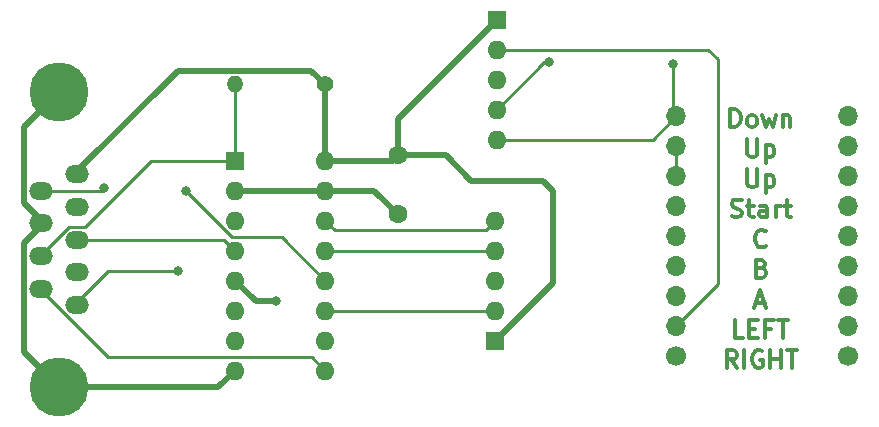
<source format=gtl>
%TF.GenerationSoftware,KiCad,Pcbnew,5.1.9-73d0e3b20d~88~ubuntu20.10.1*%
%TF.CreationDate,2021-04-22T08:32:01+02:00*%
%TF.ProjectId,megadrivearcadestick,6d656761-6472-4697-9665-617263616465,v0.1*%
%TF.SameCoordinates,Original*%
%TF.FileFunction,Copper,L1,Top*%
%TF.FilePolarity,Positive*%
%FSLAX46Y46*%
G04 Gerber Fmt 4.6, Leading zero omitted, Abs format (unit mm)*
G04 Created by KiCad (PCBNEW 5.1.9-73d0e3b20d~88~ubuntu20.10.1) date 2021-04-22 08:32:01*
%MOMM*%
%LPD*%
G01*
G04 APERTURE LIST*
%TA.AperFunction,NonConductor*%
%ADD10C,0.300000*%
%TD*%
%TA.AperFunction,ComponentPad*%
%ADD11R,1.600000X1.600000*%
%TD*%
%TA.AperFunction,ComponentPad*%
%ADD12O,1.600000X1.600000*%
%TD*%
%TA.AperFunction,ComponentPad*%
%ADD13C,1.600000*%
%TD*%
%TA.AperFunction,ComponentPad*%
%ADD14C,1.700000*%
%TD*%
%TA.AperFunction,ComponentPad*%
%ADD15O,1.700000X1.700000*%
%TD*%
%TA.AperFunction,ComponentPad*%
%ADD16C,5.001260*%
%TD*%
%TA.AperFunction,ComponentPad*%
%ADD17O,1.998980X1.501140*%
%TD*%
%TA.AperFunction,ComponentPad*%
%ADD18C,1.400000*%
%TD*%
%TA.AperFunction,ComponentPad*%
%ADD19O,1.400000X1.400000*%
%TD*%
%TA.AperFunction,ViaPad*%
%ADD20C,0.800000*%
%TD*%
%TA.AperFunction,Conductor*%
%ADD21C,0.500000*%
%TD*%
%TA.AperFunction,Conductor*%
%ADD22C,0.250000*%
%TD*%
G04 APERTURE END LIST*
D10*
X165967885Y-80877171D02*
X165967885Y-79377171D01*
X166325028Y-79377171D01*
X166539314Y-79448600D01*
X166682171Y-79591457D01*
X166753600Y-79734314D01*
X166825028Y-80020028D01*
X166825028Y-80234314D01*
X166753600Y-80520028D01*
X166682171Y-80662885D01*
X166539314Y-80805742D01*
X166325028Y-80877171D01*
X165967885Y-80877171D01*
X167682171Y-80877171D02*
X167539314Y-80805742D01*
X167467885Y-80734314D01*
X167396457Y-80591457D01*
X167396457Y-80162885D01*
X167467885Y-80020028D01*
X167539314Y-79948600D01*
X167682171Y-79877171D01*
X167896457Y-79877171D01*
X168039314Y-79948600D01*
X168110742Y-80020028D01*
X168182171Y-80162885D01*
X168182171Y-80591457D01*
X168110742Y-80734314D01*
X168039314Y-80805742D01*
X167896457Y-80877171D01*
X167682171Y-80877171D01*
X168682171Y-79877171D02*
X168967885Y-80877171D01*
X169253600Y-80162885D01*
X169539314Y-80877171D01*
X169825028Y-79877171D01*
X170396457Y-79877171D02*
X170396457Y-80877171D01*
X170396457Y-80020028D02*
X170467885Y-79948600D01*
X170610742Y-79877171D01*
X170825028Y-79877171D01*
X170967885Y-79948600D01*
X171039314Y-80091457D01*
X171039314Y-80877171D01*
X167396457Y-81927171D02*
X167396457Y-83141457D01*
X167467885Y-83284314D01*
X167539314Y-83355742D01*
X167682171Y-83427171D01*
X167967885Y-83427171D01*
X168110742Y-83355742D01*
X168182171Y-83284314D01*
X168253600Y-83141457D01*
X168253600Y-81927171D01*
X168967885Y-82427171D02*
X168967885Y-83927171D01*
X168967885Y-82498600D02*
X169110742Y-82427171D01*
X169396457Y-82427171D01*
X169539314Y-82498600D01*
X169610742Y-82570028D01*
X169682171Y-82712885D01*
X169682171Y-83141457D01*
X169610742Y-83284314D01*
X169539314Y-83355742D01*
X169396457Y-83427171D01*
X169110742Y-83427171D01*
X168967885Y-83355742D01*
X167396457Y-84477171D02*
X167396457Y-85691457D01*
X167467885Y-85834314D01*
X167539314Y-85905742D01*
X167682171Y-85977171D01*
X167967885Y-85977171D01*
X168110742Y-85905742D01*
X168182171Y-85834314D01*
X168253600Y-85691457D01*
X168253600Y-84477171D01*
X168967885Y-84977171D02*
X168967885Y-86477171D01*
X168967885Y-85048600D02*
X169110742Y-84977171D01*
X169396457Y-84977171D01*
X169539314Y-85048600D01*
X169610742Y-85120028D01*
X169682171Y-85262885D01*
X169682171Y-85691457D01*
X169610742Y-85834314D01*
X169539314Y-85905742D01*
X169396457Y-85977171D01*
X169110742Y-85977171D01*
X168967885Y-85905742D01*
X166075028Y-88455742D02*
X166289314Y-88527171D01*
X166646457Y-88527171D01*
X166789314Y-88455742D01*
X166860742Y-88384314D01*
X166932171Y-88241457D01*
X166932171Y-88098600D01*
X166860742Y-87955742D01*
X166789314Y-87884314D01*
X166646457Y-87812885D01*
X166360742Y-87741457D01*
X166217885Y-87670028D01*
X166146457Y-87598600D01*
X166075028Y-87455742D01*
X166075028Y-87312885D01*
X166146457Y-87170028D01*
X166217885Y-87098600D01*
X166360742Y-87027171D01*
X166717885Y-87027171D01*
X166932171Y-87098600D01*
X167360742Y-87527171D02*
X167932171Y-87527171D01*
X167575028Y-87027171D02*
X167575028Y-88312885D01*
X167646457Y-88455742D01*
X167789314Y-88527171D01*
X167932171Y-88527171D01*
X169075028Y-88527171D02*
X169075028Y-87741457D01*
X169003600Y-87598600D01*
X168860742Y-87527171D01*
X168575028Y-87527171D01*
X168432171Y-87598600D01*
X169075028Y-88455742D02*
X168932171Y-88527171D01*
X168575028Y-88527171D01*
X168432171Y-88455742D01*
X168360742Y-88312885D01*
X168360742Y-88170028D01*
X168432171Y-88027171D01*
X168575028Y-87955742D01*
X168932171Y-87955742D01*
X169075028Y-87884314D01*
X169789314Y-88527171D02*
X169789314Y-87527171D01*
X169789314Y-87812885D02*
X169860742Y-87670028D01*
X169932171Y-87598600D01*
X170075028Y-87527171D01*
X170217885Y-87527171D01*
X170503600Y-87527171D02*
X171075028Y-87527171D01*
X170717885Y-87027171D02*
X170717885Y-88312885D01*
X170789314Y-88455742D01*
X170932171Y-88527171D01*
X171075028Y-88527171D01*
X168967885Y-90934314D02*
X168896457Y-91005742D01*
X168682171Y-91077171D01*
X168539314Y-91077171D01*
X168325028Y-91005742D01*
X168182171Y-90862885D01*
X168110742Y-90720028D01*
X168039314Y-90434314D01*
X168039314Y-90220028D01*
X168110742Y-89934314D01*
X168182171Y-89791457D01*
X168325028Y-89648600D01*
X168539314Y-89577171D01*
X168682171Y-89577171D01*
X168896457Y-89648600D01*
X168967885Y-89720028D01*
X168610742Y-92841457D02*
X168825028Y-92912885D01*
X168896457Y-92984314D01*
X168967885Y-93127171D01*
X168967885Y-93341457D01*
X168896457Y-93484314D01*
X168825028Y-93555742D01*
X168682171Y-93627171D01*
X168110742Y-93627171D01*
X168110742Y-92127171D01*
X168610742Y-92127171D01*
X168753600Y-92198600D01*
X168825028Y-92270028D01*
X168896457Y-92412885D01*
X168896457Y-92555742D01*
X168825028Y-92698600D01*
X168753600Y-92770028D01*
X168610742Y-92841457D01*
X168110742Y-92841457D01*
X168146457Y-95748600D02*
X168860742Y-95748600D01*
X168003600Y-96177171D02*
X168503600Y-94677171D01*
X169003600Y-96177171D01*
X167075028Y-98727171D02*
X166360742Y-98727171D01*
X166360742Y-97227171D01*
X167575028Y-97941457D02*
X168075028Y-97941457D01*
X168289314Y-98727171D02*
X167575028Y-98727171D01*
X167575028Y-97227171D01*
X168289314Y-97227171D01*
X169432171Y-97941457D02*
X168932171Y-97941457D01*
X168932171Y-98727171D02*
X168932171Y-97227171D01*
X169646457Y-97227171D01*
X170003600Y-97227171D02*
X170860742Y-97227171D01*
X170432171Y-98727171D02*
X170432171Y-97227171D01*
X166503600Y-101277171D02*
X166003600Y-100562885D01*
X165646457Y-101277171D02*
X165646457Y-99777171D01*
X166217885Y-99777171D01*
X166360742Y-99848600D01*
X166432171Y-99920028D01*
X166503600Y-100062885D01*
X166503600Y-100277171D01*
X166432171Y-100420028D01*
X166360742Y-100491457D01*
X166217885Y-100562885D01*
X165646457Y-100562885D01*
X167146457Y-101277171D02*
X167146457Y-99777171D01*
X168646457Y-99848600D02*
X168503600Y-99777171D01*
X168289314Y-99777171D01*
X168075028Y-99848600D01*
X167932171Y-99991457D01*
X167860742Y-100134314D01*
X167789314Y-100420028D01*
X167789314Y-100634314D01*
X167860742Y-100920028D01*
X167932171Y-101062885D01*
X168075028Y-101205742D01*
X168289314Y-101277171D01*
X168432171Y-101277171D01*
X168646457Y-101205742D01*
X168717885Y-101134314D01*
X168717885Y-100634314D01*
X168432171Y-100634314D01*
X169360742Y-101277171D02*
X169360742Y-99777171D01*
X169360742Y-100491457D02*
X170217885Y-100491457D01*
X170217885Y-101277171D02*
X170217885Y-99777171D01*
X170717885Y-99777171D02*
X171575028Y-99777171D01*
X171146457Y-101277171D02*
X171146457Y-99777171D01*
D11*
%TO.P,U1,1*%
%TO.N,Net-(J3-Pad7)*%
X124028200Y-83718400D03*
D12*
%TO.P,U1,9*%
%TO.N,AB_OUT*%
X131648200Y-101498400D03*
%TO.P,U1,2*%
%TO.N,GND*%
X124028200Y-86258400D03*
%TO.P,U1,10*%
%TO.N,B*%
X131648200Y-98958400D03*
%TO.P,U1,3*%
%TO.N,LEFT*%
X124028200Y-88798400D03*
%TO.P,U1,11*%
%TO.N,A*%
X131648200Y-96418400D03*
%TO.P,U1,4*%
%TO.N,LEFT_OUT*%
X124028200Y-91338400D03*
%TO.P,U1,12*%
%TO.N,CSTART_OUT*%
X131648200Y-93878400D03*
%TO.P,U1,5*%
%TO.N,GND*%
X124028200Y-93878400D03*
%TO.P,U1,13*%
%TO.N,C*%
X131648200Y-91338400D03*
%TO.P,U1,6*%
%TO.N,RIGHT*%
X124028200Y-96418400D03*
%TO.P,U1,14*%
%TO.N,START*%
X131648200Y-88798400D03*
%TO.P,U1,7*%
%TO.N,RIGHT_OUT*%
X124028200Y-98958400D03*
%TO.P,U1,15*%
%TO.N,GND*%
X131648200Y-86258400D03*
%TO.P,U1,8*%
X124028200Y-101498400D03*
%TO.P,U1,16*%
%TO.N,5V*%
X131648200Y-83718400D03*
%TD*%
D13*
%TO.P,C1,1*%
%TO.N,5V*%
X137820400Y-83286600D03*
%TO.P,C1,2*%
%TO.N,GND*%
X137820400Y-88286600D03*
%TD*%
D14*
%TO.P,J1,1*%
%TO.N,GND*%
X175951400Y-100304600D03*
D15*
%TO.P,J1,2*%
X175951400Y-97764600D03*
%TO.P,J1,3*%
X175951400Y-95224600D03*
%TO.P,J1,4*%
X175951400Y-92684600D03*
%TO.P,J1,5*%
X175951400Y-90144600D03*
%TO.P,J1,6*%
X175951400Y-87604600D03*
%TO.P,J1,7*%
X175951400Y-85064600D03*
%TO.P,J1,8*%
X175951400Y-82524600D03*
%TO.P,J1,9*%
X175951400Y-79984600D03*
%TD*%
%TO.P,J2,9*%
%TO.N,DOWN*%
X161340800Y-79984600D03*
%TO.P,J2,8*%
%TO.N,UP*%
X161340800Y-82524600D03*
%TO.P,J2,7*%
X161340800Y-85064600D03*
%TO.P,J2,6*%
%TO.N,START*%
X161340800Y-87604600D03*
%TO.P,J2,5*%
%TO.N,C*%
X161340800Y-90144600D03*
%TO.P,J2,4*%
%TO.N,B*%
X161340800Y-92684600D03*
%TO.P,J2,3*%
%TO.N,A*%
X161340800Y-95224600D03*
%TO.P,J2,2*%
%TO.N,RIGHT*%
X161340800Y-97764600D03*
D14*
%TO.P,J2,1*%
%TO.N,LEFT*%
X161340800Y-100304600D03*
%TD*%
D11*
%TO.P,RN1,1*%
%TO.N,5V*%
X145999200Y-99034600D03*
D12*
%TO.P,RN1,2*%
%TO.N,A*%
X145999200Y-96494600D03*
%TO.P,RN1,3*%
%TO.N,B*%
X145999200Y-93954600D03*
%TO.P,RN1,4*%
%TO.N,C*%
X145999200Y-91414600D03*
%TO.P,RN1,5*%
%TO.N,START*%
X145999200Y-88874600D03*
%TD*%
%TO.P,RN2,5*%
%TO.N,DOWN*%
X146202400Y-81940400D03*
%TO.P,RN2,4*%
%TO.N,UP*%
X146202400Y-79400400D03*
%TO.P,RN2,3*%
%TO.N,LEFT*%
X146202400Y-76860400D03*
%TO.P,RN2,2*%
%TO.N,RIGHT*%
X146202400Y-74320400D03*
D11*
%TO.P,RN2,1*%
%TO.N,5V*%
X146202400Y-71780400D03*
%TD*%
D16*
%TO.P,J3,0*%
%TO.N,GND*%
X109118400Y-102918260D03*
D17*
%TO.P,J3,3*%
%TO.N,LEFT_OUT*%
X110637320Y-90424000D03*
%TO.P,J3,2*%
%TO.N,DOWN*%
X110637320Y-93195140D03*
%TO.P,J3,1*%
%TO.N,UP*%
X110637320Y-95963740D03*
%TO.P,J3,4*%
%TO.N,RIGHT_OUT*%
X110637320Y-87652860D03*
%TO.P,J3,5*%
%TO.N,5V*%
X110637320Y-84884260D03*
%TO.P,J3,9*%
%TO.N,CSTART_OUT*%
X107599480Y-86268560D03*
%TO.P,J3,8*%
%TO.N,GND*%
X107599480Y-89039700D03*
%TO.P,J3,7*%
%TO.N,Net-(J3-Pad7)*%
X107599480Y-91808300D03*
%TO.P,J3,6*%
%TO.N,AB_OUT*%
X107599480Y-94579440D03*
D16*
%TO.P,J3,0*%
%TO.N,GND*%
X109118400Y-77929740D03*
%TD*%
D18*
%TO.P,R1,1*%
%TO.N,5V*%
X131648200Y-77266800D03*
D19*
%TO.P,R1,2*%
%TO.N,Net-(J3-Pad7)*%
X124028200Y-77266800D03*
%TD*%
D20*
%TO.N,GND*%
X127482600Y-95631000D03*
%TO.N,DOWN*%
X161086800Y-75565000D03*
%TO.N,UP*%
X150622000Y-75412600D03*
X119202200Y-93040200D03*
%TO.N,CSTART_OUT*%
X112928400Y-86004400D03*
X119833358Y-86268560D03*
%TD*%
D21*
%TO.N,GND*%
X106149980Y-80898160D02*
X109118400Y-77929740D01*
X106149980Y-87341280D02*
X106149980Y-80898160D01*
X107848400Y-89039700D02*
X106149980Y-87341280D01*
X106149980Y-99949840D02*
X109118400Y-102918260D01*
X106149980Y-90738120D02*
X106149980Y-99949840D01*
X107848400Y-89039700D02*
X106149980Y-90738120D01*
X122608340Y-102918260D02*
X124028200Y-101498400D01*
X109118400Y-102918260D02*
X122608340Y-102918260D01*
X125780800Y-95631000D02*
X124028200Y-93878400D01*
X127482600Y-95631000D02*
X125780800Y-95631000D01*
X124028200Y-86258400D02*
X131648200Y-86258400D01*
X135792200Y-86258400D02*
X137820400Y-88286600D01*
X131648200Y-86258400D02*
X135792200Y-86258400D01*
%TO.N,5V*%
X110388400Y-84884260D02*
X110721140Y-84884260D01*
X131648200Y-77266800D02*
X131648200Y-83718400D01*
X137388600Y-83718400D02*
X137820400Y-83286600D01*
X131648200Y-83718400D02*
X137388600Y-83718400D01*
X137820400Y-80162400D02*
X146202400Y-71780400D01*
X137820400Y-83286600D02*
X137820400Y-80162400D01*
X137820400Y-83286600D02*
X141859000Y-83286600D01*
X141859000Y-83286600D02*
X144043400Y-85471000D01*
X144043400Y-85471000D02*
X150063200Y-85471000D01*
X150063200Y-85471000D02*
X150926800Y-86334600D01*
X130498199Y-76116799D02*
X131648200Y-77266800D01*
X119155861Y-76116799D02*
X130498199Y-76116799D01*
X110388400Y-84884260D02*
X119155861Y-76116799D01*
X150926800Y-94107000D02*
X145999200Y-99034600D01*
X150926800Y-86334600D02*
X150926800Y-94107000D01*
D22*
%TO.N,DOWN*%
X159385000Y-81940400D02*
X161340800Y-79984600D01*
X146202400Y-81940400D02*
X159385000Y-81940400D01*
X161086800Y-79730600D02*
X161340800Y-79984600D01*
X161086800Y-75565000D02*
X161086800Y-79730600D01*
%TO.N,UP*%
X161340800Y-85064600D02*
X161340800Y-82524600D01*
X150190200Y-75412600D02*
X150622000Y-75412600D01*
X146202400Y-79400400D02*
X150190200Y-75412600D01*
X113311940Y-93040200D02*
X110388400Y-95963740D01*
X119202200Y-93040200D02*
X113311940Y-93040200D01*
%TO.N,START*%
X145275401Y-89598399D02*
X145999200Y-88874600D01*
X132448199Y-89598399D02*
X145275401Y-89598399D01*
X131648200Y-88798400D02*
X132448199Y-89598399D01*
%TO.N,C*%
X145923000Y-91338400D02*
X145999200Y-91414600D01*
X131648200Y-91338400D02*
X145923000Y-91338400D01*
%TO.N,A*%
X131724400Y-96494600D02*
X131648200Y-96418400D01*
X145999200Y-96494600D02*
X131724400Y-96494600D01*
%TO.N,RIGHT*%
X146202400Y-74320400D02*
X164109400Y-74320400D01*
X164109400Y-74320400D02*
X164896800Y-75107800D01*
X164896800Y-94208600D02*
X161340800Y-97764600D01*
X164896800Y-75107800D02*
X164896800Y-94208600D01*
%TO.N,LEFT_OUT*%
X123113800Y-90424000D02*
X124028200Y-91338400D01*
X110388400Y-90424000D02*
X123113800Y-90424000D01*
%TO.N,CSTART_OUT*%
X127983199Y-90213399D02*
X131648200Y-93878400D01*
X123778197Y-90213399D02*
X127983199Y-90213399D01*
X119833358Y-86268560D02*
X123778197Y-90213399D01*
X112664240Y-86268560D02*
X112928400Y-86004400D01*
X107848400Y-86268560D02*
X112664240Y-86268560D01*
%TO.N,Net-(J3-Pad7)*%
X107848400Y-91442901D02*
X107848400Y-91808300D01*
X109942881Y-89348420D02*
X107848400Y-91442901D01*
X111311580Y-89348420D02*
X109942881Y-89348420D01*
X116941600Y-83718400D02*
X111311580Y-89348420D01*
X124028200Y-83718400D02*
X116941600Y-83718400D01*
X124028200Y-83718400D02*
X124028200Y-77266800D01*
%TO.N,AB_OUT*%
X130523199Y-100373399D02*
X131648200Y-101498400D01*
X113276960Y-100373399D02*
X130523199Y-100373399D01*
X107848400Y-94944839D02*
X113276960Y-100373399D01*
X107848400Y-94579440D02*
X107848400Y-94944839D01*
%TD*%
M02*

</source>
